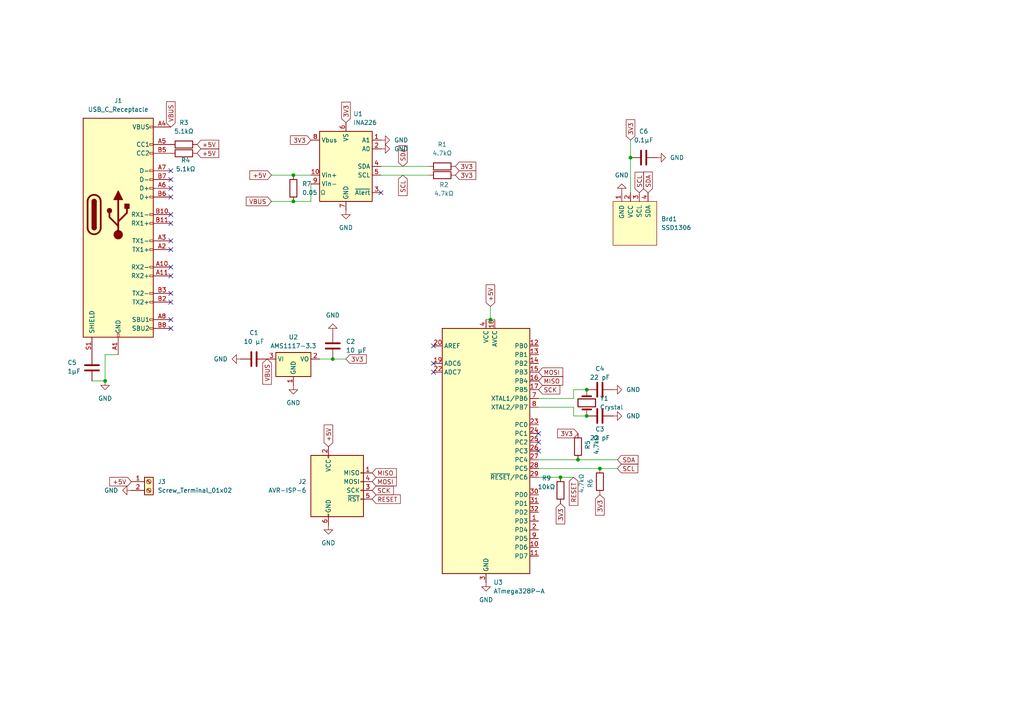
<source format=kicad_sch>
(kicad_sch (version 20250114) (generator "eeschema") (generator_version "9.0")
  (paper "A4")
  (lib_symbols
    (symbol "Connector:AVR-ISP-6" (pin_names (offset 1.016))
      (property "Reference" "J" (at -6.35 11.43 0))
      (property "Value" "AVR-ISP-6" (at 0 11.43 0))
      (symbol "AVR-ISP-6_0_1"
        (rectangle (start -2.667 10.16) (end -2.413 9.398))
        (rectangle (start -2.667 -6.858) (end -2.413 -7.62))
        (rectangle (start 7.62 10.16) (end -7.62 -7.62) (stroke (width 0.254)) (fill (type background)))
        (rectangle (start 7.62 5.207) (end 6.858 4.953))
        (rectangle (start 7.62 2.667) (end 6.858 2.413))
        (rectangle (start 7.62 0.127) (end 6.858 -0.127))
        (rectangle (start 7.62 -2.413) (end 6.858 -2.667))
      )
      (symbol "AVR-ISP-6_1_1"
        (pin passive line (at -2.54 12.7 270) (length 2.54) (name "VCC") (number "2"))
        (pin passive line (at -2.54 -10.16 90) (length 2.54) (name "GND") (number "6"))
        (pin passive line (at 10.16 5.08 180) (length 2.54) (name "MISO") (number "1"))
        (pin passive line (at 10.16 2.54 180) (length 2.54) (name "MOSI") (number "4"))
        (pin passive line (at 10.16 0 180) (length 2.54) (name "SCK") (number "3"))
        (pin passive line (at 10.16 -2.54 180) (length 2.54) (name "~{RST}") (number "5"))
      )
    )
    (symbol "Connector:Screw_Terminal_01x02" (pin_names (offset 1.016) (hide yes))
      (property "Reference" "J" (at 0 2.54 0))
      (property "Value" "Screw_Terminal_01x02" (at 0 -5.08 0))
      (symbol "Screw_Terminal_01x02_1_1"
        (rectangle (start -1.27 1.27) (end 1.27 -3.81) (stroke (width 0.254)) (fill (type background)))
        (polyline (pts (xy -0.5334 0.3302) (xy 0.3302 -0.508)) (stroke (width 0.1524)))
        (polyline (pts (xy -0.5334 -2.2098) (xy 0.3302 -3.048)) (stroke (width 0.1524)))
        (polyline (pts (xy -0.3556 0.508) (xy 0.508 -0.3302)) (stroke (width 0.1524)))
        (polyline (pts (xy -0.3556 -2.032) (xy 0.508 -2.8702)) (stroke (width 0.1524)))
        (circle (center 0 0) (radius 0.635) (stroke (width 0.1524)))
        (circle (center 0 -2.54) (radius 0.635) (stroke (width 0.1524)))
        (pin passive line (at -5.08 0 0) (length 3.81) (name "Pin_1") (number "1"))
        (pin passive line (at -5.08 -2.54 0) (length 3.81) (name "Pin_2") (number "2"))
      )
    )
    (symbol "Connector:USB_C_Receptacle" (pin_names (offset 1.016))
      (property "Reference" "J" (at -10.16 29.21 0))
      (property "Value" "USB_C_Receptacle" (at 10.16 29.21 0))
      (symbol "USB_C_Receptacle_0_0"
        (rectangle (start -0.254 -35.56) (end 0.254 -34.544))
        (rectangle (start 10.16 25.654) (end 9.144 25.146))
        (rectangle (start 10.16 20.574) (end 9.144 20.066))
        (rectangle (start 10.16 18.034) (end 9.144 17.526))
        (rectangle (start 10.16 12.954) (end 9.144 12.446))
        (rectangle (start 10.16 10.414) (end 9.144 9.906))
        (rectangle (start 10.16 7.874) (end 9.144 7.366))
        (rectangle (start 10.16 5.334) (end 9.144 4.826))
        (rectangle (start 10.16 0.254) (end 9.144 -0.254))
        (rectangle (start 10.16 -2.286) (end 9.144 -2.794))
        (rectangle (start 10.16 -7.366) (end 9.144 -7.874))
        (rectangle (start 10.16 -9.906) (end 9.144 -10.414))
        (rectangle (start 10.16 -14.986) (end 9.144 -15.494))
        (rectangle (start 10.16 -17.526) (end 9.144 -18.034))
        (rectangle (start 10.16 -22.606) (end 9.144 -23.114))
        (rectangle (start 10.16 -25.146) (end 9.144 -25.654))
        (rectangle (start 10.16 -30.226) (end 9.144 -30.734))
        (rectangle (start 10.16 -32.766) (end 9.144 -33.274))
      )
      (symbol "USB_C_Receptacle_0_1"
        (rectangle (start -10.16 27.94) (end 10.16 -35.56) (stroke (width 0.254)) (fill (type background)))
        (polyline (pts (xy -8.89 -3.81) (xy -8.89 3.81)) (stroke (width 0.508)))
        (rectangle (start -7.62 -3.81) (end -6.35 3.81) (stroke (width 0.254)) (fill (type outline)))
        (arc (start -7.62 3.81) (mid -6.985 4.4423) (end -6.35 3.81) (stroke (width 0.254)))
        (arc (start -7.62 3.81) (mid -6.985 4.4423) (end -6.35 3.81) (stroke (width 0.254)) (fill (type outline)))
        (arc (start -8.89 3.81) (mid -6.985 5.7067) (end -5.08 3.81) (stroke (width 0.508)))
        (arc (start -5.08 -3.81) (mid -6.985 -5.7067) (end -8.89 -3.81) (stroke (width 0.508)))
        (arc (start -6.35 -3.81) (mid -6.985 -4.4423) (end -7.62 -3.81) (stroke (width 0.254)))
        (arc (start -6.35 -3.81) (mid -6.985 -4.4423) (end -7.62 -3.81) (stroke (width 0.254)) (fill (type outline)))
        (polyline (pts (xy -5.08 3.81) (xy -5.08 -3.81)) (stroke (width 0.508)))
      )
      (symbol "USB_C_Receptacle_1_1"
        (circle (center -2.54 1.143) (radius 0.635) (stroke (width 0.254)) (fill (type outline)))
        (polyline (pts (xy -1.27 4.318) (xy 0 6.858) (xy 1.27 4.318) (xy -1.27 4.318)) (stroke (width 0.254)) (fill (type outline)))
        (polyline (pts (xy 0 -2.032) (xy 2.54 0.508) (xy 2.54 1.778)) (stroke (width 0.508)))
        (polyline (pts (xy 0 -3.302) (xy -2.54 -0.762) (xy -2.54 0.508)) (stroke (width 0.508)))
        (polyline (pts (xy 0 -5.842) (xy 0 4.318)) (stroke (width 0.508)))
        (circle (center 0 -5.842) (radius 1.27) (fill (type outline)))
        (rectangle (start 1.905 1.778) (end 3.175 3.048) (stroke (width 0.254)) (fill (type outline)))
        (pin passive line (at -7.62 -40.64 90) (length 5.08) (name "SHIELD") (number "S1"))
        (pin passive line (at 0 -40.64 90) (length 5.08) (name "GND") (number "A1"))
        (pin passive line (at 0 -40.64 90) (length 5.08) (hide yes) (name "GND") (number "A12"))
        (pin passive line (at 0 -40.64 90) (length 5.08) (hide yes) (name "GND") (number "B1"))
        (pin passive line (at 0 -40.64 90) (length 5.08) (hide yes) (name "GND") (number "B12"))
        (pin passive line (at 15.24 25.4 180) (length 5.08) (name "VBUS") (number "A4"))
        (pin passive line (at 15.24 25.4 180) (length 5.08) (hide yes) (name "VBUS") (number "A9"))
        (pin passive line (at 15.24 25.4 180) (length 5.08) (hide yes) (name "VBUS") (number "B4"))
        (pin passive line (at 15.24 25.4 180) (length 5.08) (hide yes) (name "VBUS") (number "B9"))
        (pin bidirectional line (at 15.24 20.32 180) (length 5.08) (name "CC1") (number "A5"))
        (pin bidirectional line (at 15.24 17.78 180) (length 5.08) (name "CC2") (number "B5"))
        (pin bidirectional line (at 15.24 12.7 180) (length 5.08) (name "D-") (number "A7"))
        (pin bidirectional line (at 15.24 10.16 180) (length 5.08) (name "D-") (number "B7"))
        (pin bidirectional line (at 15.24 7.62 180) (length 5.08) (name "D+") (number "A6"))
        (pin bidirectional line (at 15.24 5.08 180) (length 5.08) (name "D+") (number "B6"))
        (pin bidirectional line (at 15.24 0 180) (length 5.08) (name "RX1-") (number "B10"))
        (pin bidirectional line (at 15.24 -2.54 180) (length 5.08) (name "RX1+") (number "B11"))
        (pin bidirectional line (at 15.24 -7.62 180) (length 5.08) (name "TX1-") (number "A3"))
        (pin bidirectional line (at 15.24 -10.16 180) (length 5.08) (name "TX1+") (number "A2"))
        (pin bidirectional line (at 15.24 -15.24 180) (length 5.08) (name "RX2-") (number "A10"))
        (pin bidirectional line (at 15.24 -17.78 180) (length 5.08) (name "RX2+") (number "A11"))
        (pin bidirectional line (at 15.24 -22.86 180) (length 5.08) (name "TX2-") (number "B3"))
        (pin bidirectional line (at 15.24 -25.4 180) (length 5.08) (name "TX2+") (number "B2"))
        (pin bidirectional line (at 15.24 -30.48 180) (length 5.08) (name "SBU1") (number "A8"))
        (pin bidirectional line (at 15.24 -33.02 180) (length 5.08) (name "SBU2") (number "B8"))
      )
    )
    (symbol "Device:C" (pin_numbers (hide yes)) (pin_names (offset 0.254))
      (property "Reference" "C" (at 0.635 2.54 0))
      (property "Value" "C" (at 0.635 -2.54 0))
      (symbol "C_0_1"
        (polyline (pts (xy -2.032 0.762) (xy 2.032 0.762)) (stroke (width 0.508)))
        (polyline (pts (xy -2.032 -0.762) (xy 2.032 -0.762)) (stroke (width 0.508)))
      )
      (symbol "C_1_1"
        (pin passive line (at 0 3.81 270) (length 2.794) (name "~") (number "1"))
        (pin passive line (at 0 -3.81 90) (length 2.794) (name "~") (number "2"))
      )
    )
    (symbol "Device:Crystal" (pin_numbers (hide yes)) (pin_names (offset 1.016) (hide yes))
      (property "Reference" "Y" (at 0 3.81 0))
      (property "Value" "Crystal" (at 0 -3.81 0))
      (symbol "Crystal_0_1"
        (polyline (pts (xy -2.54 0) (xy -1.905 0)))
        (polyline (pts (xy -1.905 -1.27) (xy -1.905 1.27)) (stroke (width 0.508)))
        (rectangle (start -1.143 2.54) (end 1.143 -2.54) (stroke (width 0.3048)))
        (polyline (pts (xy 1.905 -1.27) (xy 1.905 1.27)) (stroke (width 0.508)))
        (polyline (pts (xy 2.54 0) (xy 1.905 0)))
      )
      (symbol "Crystal_1_1"
        (pin passive line (at -3.81 0 0) (length 1.27) (name "1") (number "1"))
        (pin passive line (at 3.81 0 180) (length 1.27) (name "2") (number "2"))
      )
    )
    (symbol "Device:R" (pin_numbers (hide yes)) (pin_names (offset 0))
      (property "Reference" "R" (at 2.032 0 90))
      (property "Value" "R" (at 0 0 90))
      (symbol "R_0_1"
        (rectangle (start -1.016 -2.54) (end 1.016 2.54) (stroke (width 0.254)))
      )
      (symbol "R_1_1"
        (pin passive line (at 0 3.81 270) (length 1.27) (name "~") (number "1"))
        (pin passive line (at 0 -3.81 90) (length 1.27) (name "~") (number "2"))
      )
    )
    (symbol "MCU_Microchip_ATmega:ATmega328P-A"
      (property "Reference" "U" (at -12.7 36.83 0))
      (property "Value" "ATmega328P-A" (at 2.54 -36.83 0))
      (symbol "ATmega328P-A_0_1"
        (rectangle (start -12.7 -35.56) (end 12.7 35.56) (stroke (width 0.254)) (fill (type background)))
      )
      (symbol "ATmega328P-A_1_1"
        (pin passive line (at -15.24 30.48 0) (length 2.54) (name "AREF") (number "20"))
        (pin input line (at -15.24 25.4 0) (length 2.54) (name "ADC6") (number "19"))
        (pin input line (at -15.24 22.86 0) (length 2.54) (name "ADC7") (number "22"))
        (pin power_in line (at 0 38.1 270) (length 2.54) (name "VCC") (number "4"))
        (pin passive line (at 0 38.1 270) (length 2.54) (hide yes) (name "VCC") (number "6"))
        (pin passive line (at 0 -38.1 90) (length 2.54) (hide yes) (name "GND") (number "21"))
        (pin power_in line (at 0 -38.1 90) (length 2.54) (name "GND") (number "3"))
        (pin passive line (at 0 -38.1 90) (length 2.54) (hide yes) (name "GND") (number "5"))
        (pin power_in line (at 2.54 38.1 270) (length 2.54) (name "AVCC") (number "18"))
        (pin bidirectional line (at 15.24 30.48 180) (length 2.54) (name "PB0") (number "12"))
        (pin bidirectional line (at 15.24 27.94 180) (length 2.54) (name "PB1") (number "13"))
        (pin bidirectional line (at 15.24 25.4 180) (length 2.54) (name "PB2") (number "14"))
        (pin bidirectional line (at 15.24 22.86 180) (length 2.54) (name "PB3") (number "15"))
        (pin bidirectional line (at 15.24 20.32 180) (length 2.54) (name "PB4") (number "16"))
        (pin bidirectional line (at 15.24 17.78 180) (length 2.54) (name "PB5") (number "17"))
        (pin bidirectional line (at 15.24 15.24 180) (length 2.54) (name "XTAL1/PB6") (number "7"))
        (pin bidirectional line (at 15.24 12.7 180) (length 2.54) (name "XTAL2/PB7") (number "8"))
        (pin bidirectional line (at 15.24 7.62 180) (length 2.54) (name "PC0") (number "23"))
        (pin bidirectional line (at 15.24 5.08 180) (length 2.54) (name "PC1") (number "24"))
        (pin bidirectional line (at 15.24 2.54 180) (length 2.54) (name "PC2") (number "25"))
        (pin bidirectional line (at 15.24 0 180) (length 2.54) (name "PC3") (number "26"))
        (pin bidirectional line (at 15.24 -2.54 180) (length 2.54) (name "PC4") (number "27"))
        (pin bidirectional line (at 15.24 -5.08 180) (length 2.54) (name "PC5") (number "28"))
        (pin bidirectional line (at 15.24 -7.62 180) (length 2.54) (name "~{RESET}/PC6") (number "29"))
        (pin bidirectional line (at 15.24 -12.7 180) (length 2.54) (name "PD0") (number "30"))
        (pin bidirectional line (at 15.24 -15.24 180) (length 2.54) (name "PD1") (number "31"))
        (pin bidirectional line (at 15.24 -17.78 180) (length 2.54) (name "PD2") (number "32"))
        (pin bidirectional line (at 15.24 -20.32 180) (length 2.54) (name "PD3") (number "1"))
        (pin bidirectional line (at 15.24 -22.86 180) (length 2.54) (name "PD4") (number "2"))
        (pin bidirectional line (at 15.24 -25.4 180) (length 2.54) (name "PD5") (number "9"))
        (pin bidirectional line (at 15.24 -27.94 180) (length 2.54) (name "PD6") (number "10"))
        (pin bidirectional line (at 15.24 -30.48 180) (length 2.54) (name "PD7") (number "11"))
      )
    )
    (symbol "Regulator_Linear:AMS1117-3.3"
      (property "Reference" "U" (at -3.81 3.175 0))
      (property "Value" "AMS1117-3.3" (at 0 3.175 0))
      (symbol "AMS1117-3.3_0_1"
        (rectangle (start -5.08 -5.08) (end 5.08 1.905) (stroke (width 0.254)) (fill (type background)))
      )
      (symbol "AMS1117-3.3_1_1"
        (pin power_in line (at -7.62 0 0) (length 2.54) (name "VI") (number "3"))
        (pin power_in line (at 0 -7.62 90) (length 2.54) (name "GND") (number "1"))
        (pin power_out line (at 7.62 0 180) (length 2.54) (name "VO") (number "2"))
      )
    )
    (symbol "SSD1306:SSD1306" (pin_names (offset 1.016))
      (property "Reference" "Brd" (at 0 -3.81 0))
      (property "Value" "SSD1306" (at 0 -1.27 0))
      (symbol "SSD1306_0_1"
        (rectangle (start -6.35 6.35) (end 6.35 -6.35) (fill (type background)))
      )
      (symbol "SSD1306_1_1"
        (pin input line (at -3.81 8.89 270) (length 2.54) (name "GND") (number "1"))
        (pin input line (at -1.27 8.89 270) (length 2.54) (name "VCC") (number "2"))
        (pin input line (at 1.27 8.89 270) (length 2.54) (name "SCL") (number "3"))
        (pin input line (at 3.81 8.89 270) (length 2.54) (name "SDA") (number "4"))
      )
    )
    (symbol "Sensor_Energy:INA226"
      (property "Reference" "U" (at -6.35 11.43 0))
      (property "Value" "INA226" (at 3.81 11.43 0))
      (symbol "INA226_0_1"
        (rectangle (start 7.62 10.16) (end -7.62 -10.16) (stroke (width 0.254)) (fill (type background)))
      )
      (symbol "INA226_1_1"
        (pin input line (at -10.16 7.62 0) (length 2.54) (name "Vbus") (number "8"))
        (pin input line (at -10.16 -2.54 0) (length 2.54) (name "Vin+") (number "10"))
        (pin input line (at -10.16 -5.08 0) (length 2.54) (name "Vin-") (number "9"))
        (pin power_in line (at 0 12.7 270) (length 2.54) (name "VS") (number "6"))
        (pin power_in line (at 0 -12.7 90) (length 2.54) (name "GND") (number "7"))
        (pin input line (at 10.16 7.62 180) (length 2.54) (name "A1") (number "1"))
        (pin input line (at 10.16 5.08 180) (length 2.54) (name "A0") (number "2"))
        (pin bidirectional line (at 10.16 0 180) (length 2.54) (name "SDA") (number "4"))
        (pin input line (at 10.16 -2.54 180) (length 2.54) (name "SCL") (number "5"))
        (pin open_collector line (at 10.16 -7.62 180) (length 2.54) (name "~{Alert}") (number "3"))
      )
    )
    (symbol "power:GND" (power) (pin_numbers (hide yes)) (pin_names (offset 0) (hide yes))
      (property "Value" "GND" (at 0 -3.81 0))
      (symbol "GND_0_1"
        (polyline (pts (xy 0 0) (xy 0 -1.27) (xy 1.27 -1.27) (xy 0 -2.54) (xy -1.27 -1.27) (xy 0 -1.27)))
      )
      (symbol "GND_1_1"
        (pin power_in line (at 0 0 270) (length 0) (name "~") (number "1"))
      )
    )
  )
  (junction (at 173.99 135.89))
  (junction (at 142.24 92.71))
  (junction (at 96.52 104.14))
  (junction (at 30.48 110.49))
  (junction (at 85.09 58.42))
  (junction (at 182.88 45.72))
  (junction (at 170.18 113.03))
  (junction (at 167.64 133.35))
  (junction (at 85.09 50.8))
  (junction (at 170.18 120.65))
  (junction (at 162.56 138.43))
  (no_connect (at 49.53 85.09))
  (no_connect (at 49.53 69.85))
  (no_connect (at 125.73 107.95))
  (no_connect (at 156.21 125.73))
  (no_connect (at 49.53 49.53))
  (no_connect (at 49.53 87.63))
  (no_connect (at 125.73 100.33))
  (no_connect (at 49.53 80.01))
  (no_connect (at 156.21 128.27))
  (no_connect (at 49.53 52.07))
  (no_connect (at 49.53 92.71))
  (no_connect (at 125.73 105.41))
  (no_connect (at 49.53 62.23))
  (no_connect (at 156.21 130.81))
  (no_connect (at 110.49 55.88))
  (no_connect (at 49.53 95.25))
  (no_connect (at 49.53 64.77))
  (no_connect (at 49.53 54.61))
  (no_connect (at 49.53 57.15))
  (no_connect (at 49.53 72.39))
  (no_connect (at 49.53 77.47))
  (wire (pts (xy 170.18 113.03) (xy 166.37 113.03)))
  (wire (pts (xy 162.56 138.43) (xy 156.21 138.43)))
  (wire (pts (xy 30.48 102.87) (xy 34.29 102.87)))
  (wire (pts (xy 78.74 50.8) (xy 85.09 50.8)))
  (wire (pts (xy 166.37 113.03) (xy 166.37 115.57)))
  (wire (pts (xy 173.99 135.89) (xy 156.21 135.89)))
  (wire (pts (xy 156.21 115.57) (xy 166.37 115.57)))
  (wire (pts (xy 182.88 40.64) (xy 182.88 45.72)))
  (wire (pts (xy 92.71 104.14) (xy 96.52 104.14)))
  (wire (pts (xy 85.09 58.42) (xy 90.17 58.42)))
  (wire (pts (xy 26.67 110.49) (xy 30.48 110.49)))
  (wire (pts (xy 78.74 58.42) (xy 85.09 58.42)))
  (wire (pts (xy 142.24 92.71) (xy 143.51 92.71)))
  (wire (pts (xy 110.49 50.8) (xy 124.46 50.8)))
  (wire (pts (xy 142.24 88.9) (xy 142.24 92.71)))
  (wire (pts (xy 166.37 138.43) (xy 162.56 138.43)))
  (wire (pts (xy 182.88 45.72) (xy 182.88 55.88)))
  (wire (pts (xy 167.64 133.35) (xy 156.21 133.35)))
  (wire (pts (xy 85.09 50.8) (xy 90.17 50.8)))
  (wire (pts (xy 110.49 48.26) (xy 124.46 48.26)))
  (wire (pts (xy 140.97 92.71) (xy 142.24 92.71)))
  (wire (pts (xy 166.37 118.11) (xy 166.37 120.65)))
  (wire (pts (xy 156.21 118.11) (xy 166.37 118.11)))
  (wire (pts (xy 179.07 135.89) (xy 173.99 135.89)))
  (wire (pts (xy 166.37 120.65) (xy 170.18 120.65)))
  (wire (pts (xy 179.07 133.35) (xy 167.64 133.35)))
  (wire (pts (xy 90.17 58.42) (xy 90.17 53.34)))
  (wire (pts (xy 96.52 104.14) (xy 100.33 104.14)))
  (wire (pts (xy 30.48 102.87) (xy 30.48 110.49)))
  (global_label "VBUS" (shape input) (at 78.74 58.42 180) (property "Intersheetrefs" "${INTERSHEET_REFS}" (effects (hide yes))))
  (global_label "+5V" (shape input) (at 142.24 88.9 90) (property "Intersheetrefs" "${INTERSHEET_REFS}" (effects (hide yes))))
  (global_label "3V3" (shape input) (at 90.17 40.64 180) (property "Intersheetrefs" "${INTERSHEET_REFS}" (effects (hide yes))))
  (global_label "MISO" (shape input) (at 107.95 137.16 0) (property "Intersheetrefs" "${INTERSHEET_REFS}" (effects (hide yes))))
  (global_label "3V3" (shape input) (at 182.88 40.64 90) (property "Intersheetrefs" "${INTERSHEET_REFS}" (effects (hide yes))))
  (global_label "3V3" (shape input) (at 100.33 35.56 90) (property "Intersheetrefs" "${INTERSHEET_REFS}" (effects (hide yes))))
  (global_label "RESET" (shape input) (at 166.37 138.43 270) (property "Intersheetrefs" "${INTERSHEET_REFS}" (effects (hide yes))))
  (global_label "MOSI" (shape input) (at 156.21 107.95 0) (property "Intersheetrefs" "${INTERSHEET_REFS}" (effects (hide yes))))
  (global_label "3V3" (shape input) (at 100.33 104.14 0) (property "Intersheetrefs" "${INTERSHEET_REFS}" (effects (hide yes))))
  (global_label "SCK" (shape input) (at 156.21 113.03 0) (property "Intersheetrefs" "${INTERSHEET_REFS}" (effects (hide yes))))
  (global_label "+5V" (shape input) (at 57.15 41.91 0) (property "Intersheetrefs" "${INTERSHEET_REFS}" (effects (hide yes))))
  (global_label "RESET" (shape input) (at 107.95 144.78 0) (property "Intersheetrefs" "${INTERSHEET_REFS}" (effects (hide yes))))
  (global_label "MISO" (shape input) (at 156.21 110.49 0) (property "Intersheetrefs" "${INTERSHEET_REFS}" (effects (hide yes))))
  (global_label "3V3" (shape input) (at 173.99 143.51 270) (property "Intersheetrefs" "${INTERSHEET_REFS}" (effects (hide yes))))
  (global_label "SDA" (shape input) (at 179.07 133.35 0) (property "Intersheetrefs" "${INTERSHEET_REFS}" (effects (hide yes))))
  (global_label "MOSI" (shape input) (at 107.95 139.7 0) (property "Intersheetrefs" "${INTERSHEET_REFS}" (effects (hide yes))))
  (global_label "SCL" (shape input) (at 185.42 55.88 90) (property "Intersheetrefs" "${INTERSHEET_REFS}" (effects (hide yes))))
  (global_label "3V3" (shape input) (at 132.08 48.26 0) (property "Intersheetrefs" "${INTERSHEET_REFS}" (effects (hide yes))))
  (global_label "SDA" (shape input) (at 116.84 48.26 90) (property "Intersheetrefs" "${INTERSHEET_REFS}" (effects (hide yes))))
  (global_label "VBUS" (shape input) (at 77.47 104.14 270) (property "Intersheetrefs" "${INTERSHEET_REFS}" (effects (hide yes))))
  (global_label "3V3" (shape input) (at 162.56 146.05 270) (property "Intersheetrefs" "${INTERSHEET_REFS}" (effects (hide yes))))
  (global_label "+5V" (shape input) (at 95.25 129.54 90) (property "Intersheetrefs" "${INTERSHEET_REFS}" (effects (hide yes))))
  (global_label "+5V" (shape input) (at 57.15 44.45 0) (property "Intersheetrefs" "${INTERSHEET_REFS}" (effects (hide yes))))
  (global_label "SCL" (shape input) (at 116.84 50.8 270) (property "Intersheetrefs" "${INTERSHEET_REFS}" (effects (hide yes))))
  (global_label "3V3" (shape input) (at 167.64 125.73 180) (property "Intersheetrefs" "${INTERSHEET_REFS}" (effects (hide yes))))
  (global_label "VBUS" (shape input) (at 49.53 36.83 90) (property "Intersheetrefs" "${INTERSHEET_REFS}" (effects (hide yes))))
  (global_label "SCK" (shape input) (at 107.95 142.24 0) (property "Intersheetrefs" "${INTERSHEET_REFS}" (effects (hide yes))))
  (global_label "+5V" (shape input) (at 78.74 50.8 180) (property "Intersheetrefs" "${INTERSHEET_REFS}" (effects (hide yes))))
  (global_label "+5V" (shape input) (at 38.1 139.7 180) (property "Intersheetrefs" "${INTERSHEET_REFS}" (effects (hide yes))))
  (global_label "3V3" (shape input) (at 132.08 50.8 0) (property "Intersheetrefs" "${INTERSHEET_REFS}" (effects (hide yes))))
  (global_label "SDA" (shape input) (at 187.96 55.88 90) (property "Intersheetrefs" "${INTERSHEET_REFS}" (effects (hide yes))))
  (global_label "SCL" (shape input) (at 179.07 135.89 0) (property "Intersheetrefs" "${INTERSHEET_REFS}" (effects (hide yes))))
  (symbol (lib_id "SSD1306:SSD1306") (at 184.15 64.77 0) (unit 1)
    (property "Reference" "Brd1" (at 191.77 63.4999 0) (effects (justify left)))
    (property "Value" "SSD1306" (at 191.77 66.0399 0) (effects (justify left)))
    (property "Footprint" "Display:Adafruit_SSD1306" (effects (hide yes)))
    (property "Description" "SSD1306 OLED" (effects (hide yes)))
  )
  (symbol (lib_id "power:GND") (at 96.52 96.52 180) (unit 1)
    (property "Reference" "#PWR011" (effects (hide yes)))
    (property "Value" "GND" (at 96.52 91.44 0))
    (property "Description" "Power symbol creates a global label with name \"GND\" , ground" (effects (hide yes)))
  )
  (symbol (lib_id "power:GND") (at 180.34 55.88 180) (unit 1)
    (property "Reference" "#PWR05" (effects (hide yes)))
    (property "Value" "GND" (at 180.34 50.8 0))
    (property "Description" "Power symbol creates a global label with name \"GND\" , ground" (effects (hide yes)))
  )
  (symbol (lib_id "Device:C") (at 173.99 113.03 90) (unit 1)
    (property "Reference" "C4" (at 173.99 106.934 90))
    (property "Value" "22 pF" (at 173.99 109.474 90))
    (property "Footprint" "Capacitor_SMD:C_0603_1608Metric" (effects (hide yes)))
    (property "Description" "Unpolarized capacitor" (effects (hide yes)))
  )
  (symbol (lib_id "Device:C") (at 186.69 45.72 90) (unit 1)
    (property "Reference" "C6" (at 186.69 38.1 90))
    (property "Value" "0.1 µF" (at 186.69 40.64 90))
    (property "Footprint" "Capacitor_SMD:C_0603_1608Metric" (effects (hide yes)))
    (property "Description" "Unpolarized capacitor" (effects (hide yes)))
  )
  (symbol (lib_id "power:GND") (at 30.48 110.49 0) (unit 1)
    (property "Reference" "#PWR03" (effects (hide yes)))
    (property "Value" "GND" (at 30.48 115.57 0))
    (property "Description" "Power symbol creates a global label with name \"GND\" , ground" (effects (hide yes)))
  )
  (symbol (lib_id "power:GND") (at 95.25 152.4 0) (unit 1)
    (property "Reference" "#PWR014" (effects (hide yes)))
    (property "Value" "GND" (at 95.25 157.48 0))
    (property "Description" "Power symbol creates a global label with name \"GND\" , ground" (effects (hide yes)))
  )
  (symbol (lib_id "Device:R") (at 53.34 41.91 90) (unit 1)
    (property "Reference" "R3" (at 53.34 35.56 90))
    (property "Value" "5.1kΩ" (at 53.34 38.1 90))
    (property "Footprint" "Resistor_SMD:R_0603_1608Metric" (effects (hide yes)))
    (property "Description" "Resistor" (effects (hide yes)))
  )
  (symbol (lib_id "Device:R") (at 53.34 44.45 90) (unit 1)
    (property "Reference" "R4" (at 53.848 46.482 90))
    (property "Value" "5.1kΩ" (at 53.848 49.022 90))
    (property "Footprint" "Resistor_SMD:R_0603_1608Metric" (effects (hide yes)))
    (property "Description" "Resistor" (effects (hide yes)))
  )
  (symbol (lib_id "Device:R") (at 128.27 50.8 270) (unit 1)
    (property "Reference" "R2" (at 128.778 53.594 90))
    (property "Value" "4.7kΩ" (at 128.778 56.134 90))
    (property "Footprint" "Resistor_SMD:R_0603_1608Metric" (effects (hide yes)))
    (property "Description" "Resistor" (effects (hide yes)))
  )
  (symbol (lib_id "Connector:Screw_Terminal_01x02") (at 43.18 139.7 0) (unit 1)
    (property "Reference" "J3" (at 45.72 139.6999 0) (effects (justify left)))
    (property "Value" "Screw_Terminal_01x02" (at 45.72 142.2399 0) (effects (justify left)))
    (property "Footprint" "TerminalBlock_4Ucon:TerminalBlock_4Ucon_1x02_P3.50mm_Horizontal" (effects (hide yes)))
    (property "Description" "Generic screw terminal, single row, 01x02, script generated (kicad-library-utils/schlib/autogen/connector/)" (effects (hide yes)))
  )
  (symbol (lib_id "power:GND") (at 69.85 104.14 270) (unit 1)
    (property "Reference" "#PWR06" (effects (hide yes)))
    (property "Value" "GND" (at 66.04 104.1399 90) (effects (justify right)))
    (property "Description" "Power symbol creates a global label with name \"GND\" , ground" (effects (hide yes)))
  )
  (symbol (lib_id "Device:R") (at 167.64 129.54 0) (unit 1)
    (property "Reference" "R5" (at 170.434 129.032 90))
    (property "Value" "4.7kΩ" (at 172.974 129.032 90))
    (property "Footprint" "Resistor_SMD:R_0603_1608Metric" (effects (hide yes)))
    (property "Description" "Resistor" (effects (hide yes)))
  )
  (symbol (lib_id "Device:R") (at 162.56 142.24 180) (unit 1)
    (property "Reference" "R9" (at 158.496 138.684 0))
    (property "Value" "10kΩ" (at 158.496 141.224 0))
    (property "Footprint" "Resistor_SMD:R_0603_1608Metric" (effects (hide yes)))
    (property "Description" "Resistor" (effects (hide yes)))
  )
  (symbol (lib_id "power:GND") (at 140.97 168.91 0) (unit 1)
    (property "Reference" "#PWR01" (effects (hide yes)))
    (property "Value" "GND" (at 140.97 173.99 0))
    (property "Description" "Power symbol creates a global label with name \"GND\" , ground" (effects (hide yes)))
  )
  (symbol (lib_id "power:GND") (at 100.33 60.96 0) (unit 1)
    (property "Reference" "#PWR04" (effects (hide yes)))
    (property "Value" "GND" (at 100.33 66.04 0))
    (property "Description" "Power symbol creates a global label with name \"GND\" , ground" (effects (hide yes)))
  )
  (symbol (lib_id "power:GND") (at 110.49 43.18 90) (unit 1)
    (property "Reference" "#PWR015" (effects (hide yes)))
    (property "Value" "GND" (at 114.3 43.1799 90) (effects (justify right)))
    (property "Description" "Power symbol creates a global label with name \"GND\" , ground" (effects (hide yes)))
  )
  (symbol (lib_id "MCU_Microchip_ATmega:ATmega328P-A") (at 140.97 130.81 0) (unit 1)
    (property "Reference" "U3" (at 143.1133 168.91 0) (effects (justify left)))
    (property "Value" "ATmega328P-A" (at 143.1133 171.45 0) (effects (justify left)))
    (property "Footprint" "Package_QFP:TQFP-32_7x7mm_P0.8mm" (effects (hide yes)))
    (property "Datasheet" "http://ww1.microchip.com/downloads/en/DeviceDoc/ATmega328_P%20AVR%20MCU%20with%20picoPower%20Technology%20Data%20Sheet%2040001984A.pdf" (effects (hide yes)))
    (property "Description" "20MHz, 32kB Flash, 2kB SRAM, 1kB EEPROM, TQFP-32" (effects (hide yes)))
  )
  (symbol (lib_id "Regulator_Linear:AMS1117-3.3") (at 85.09 104.14 0) (unit 1)
    (property "Reference" "U2" (at 85.09 97.79 0))
    (property "Value" "AMS1117-3.3" (at 85.09 100.33 0))
    (property "Footprint" "Package_TO_SOT_SMD:SOT-223-3_TabPin2" (effects (hide yes)))
    (property "Datasheet" "http://www.advanced-monolithic.com/pdf/ds1117.pdf" (effects (hide yes)))
    (property "Description" "1A Low Dropout regulator, positive, 3.3V fixed output, SOT-223" (effects (hide yes)))
  )
  (symbol (lib_id "Device:R") (at 173.99 139.7 180) (unit 1)
    (property "Reference" "R6" (at 171.196 140.208 90))
    (property "Value" "4.7kΩ" (at 168.656 140.208 90))
    (property "Footprint" "Resistor_SMD:R_0603_1608Metric" (effects (hide yes)))
    (property "Description" "Resistor" (effects (hide yes)))
  )
  (symbol (lib_id "Device:R") (at 85.09 54.61 0) (unit 1)
    (property "Reference" "R7" (at 87.63 53.3399 0) (effects (justify left)))
    (property "Value" "0.05 Ω" (at 87.63 55.8799 0) (effects (justify left)))
    (property "Footprint" "Resistor_SMD:R_0603_1608Metric" (effects (hide yes)))
    (property "Description" "Resistor" (effects (hide yes)))
  )
  (symbol (lib_id "Device:Crystal") (at 170.18 116.84 90) (unit 1)
    (property "Reference" "Y1" (at 173.99 115.5699 90) (effects (justify right)))
    (property "Value" "Crystal" (at 173.99 118.1099 90) (effects (justify right)))
    (property "Footprint" "Crystal:Crystal_SMD_0603-2Pin_6.0x3.5mm" (effects (hide yes)))
    (property "Description" "Two pin crystal" (effects (hide yes)))
  )
  (symbol (lib_id "power:GND") (at 190.5 45.72 90) (unit 1)
    (property "Reference" "#PWR012" (effects (hide yes)))
    (property "Value" "GND" (at 194.31 45.7199 90) (effects (justify right)))
    (property "Description" "Power symbol creates a global label with name \"GND\" , ground" (effects (hide yes)))
  )
  (symbol (lib_id "Device:C") (at 173.99 120.65 90) (unit 1)
    (property "Reference" "C3" (at 173.99 124.46 90))
    (property "Value" "22 pF" (at 173.99 127 90))
    (property "Footprint" "Capacitor_SMD:C_0603_1608Metric" (effects (hide yes)))
    (property "Description" "Unpolarized capacitor" (effects (hide yes)))
  )
  (symbol (lib_id "power:GND") (at 85.09 111.76 0) (unit 1)
    (property "Reference" "#PWR02" (effects (hide yes)))
    (property "Value" "GND" (at 85.09 116.84 0))
    (property "Description" "Power symbol creates a global label with name \"GND\" , ground" (effects (hide yes)))
  )
  (symbol (lib_id "Device:C") (at 26.67 106.68 0) (unit 1)
    (property "Reference" "C5" (at 19.558 105.156 0) (effects (justify left)))
    (property "Value" "1µF" (at 19.558 107.696 0) (effects (justify left)))
    (property "Footprint" "Capacitor_SMD:C_0603_1608Metric" (effects (hide yes)))
    (property "Description" "Unpolarized capacitor" (effects (hide yes)))
  )
  (symbol (lib_id "Connector:USB_C_Receptacle") (at 34.29 62.23 0) (unit 1)
    (property "Reference" "J1" (at 34.29 29.21 0))
    (property "Value" "USB_C_Receptacle" (at 34.29 31.75 0))
    (property "Footprint" "Connector_USB:USB_C_Receptacle_Amphenol_124019772112A" (effects (hide yes)))
    (property "Datasheet" "https://www.usb.org/sites/default/files/documents/usb_type-c.zip" (effects (hide yes)))
    (property "Description" "USB Full-Featured Type-C Receptacle connector" (effects (hide yes)))
  )
  (symbol (lib_id "Device:C") (at 73.66 104.14 90) (unit 1)
    (property "Reference" "C1" (at 73.66 96.52 90))
    (property "Value" "10 µF" (at 73.66 99.06 90))
    (property "Footprint" "Capacitor_SMD:C_0603_1608Metric" (effects (hide yes)))
    (property "Description" "Unpolarized capacitor" (effects (hide yes)))
  )
  (symbol (lib_id "power:GND") (at 38.1 142.24 270) (unit 1)
    (property "Reference" "#PWR013" (effects (hide yes)))
    (property "Value" "GND" (at 34.29 142.2399 90) (effects (justify right)))
    (property "Description" "Power symbol creates a global label with name \"GND\" , ground" (effects (hide yes)))
  )
  (symbol (lib_id "power:GND") (at 177.8 120.65 90) (unit 1)
    (property "Reference" "#PWR07" (effects (hide yes)))
    (property "Value" "GND" (at 181.61 120.6499 90) (effects (justify right)))
    (property "Description" "Power symbol creates a global label with name \"GND\" , ground" (effects (hide yes)))
  )
  (symbol (lib_id "power:GND") (at 110.49 40.64 90) (unit 1)
    (property "Reference" "#PWR013" (effects (hide yes)))
    (property "Value" "GND" (at 114.3 40.6399 90) (effects (justify right)))
    (property "Description" "Power symbol creates a global label with name \"GND\" , ground" (effects (hide yes)))
  )
  (symbol (lib_id "Device:C") (at 96.52 100.33 180) (unit 1)
    (property "Reference" "C2" (at 100.33 99.0599 0) (effects (justify right)))
    (property "Value" "10 µF" (at 100.33 101.5999 0) (effects (justify right)))
    (property "Footprint" "Capacitor_SMD:C_0603_1608Metric" (effects (hide yes)))
    (property "Description" "Unpolarized capacitor" (effects (hide yes)))
  )
  (symbol (lib_id "Sensor_Energy:INA226") (at 100.33 48.26 0) (unit 1)
    (property "Reference" "U1" (at 102.4733 33.02 0) (effects (justify left)))
    (property "Value" "INA226" (at 102.4733 35.56 0) (effects (justify left)))
    (property "Footprint" "Package_SO:VSSOP-10_3x3mm_P0.5mm" (effects (hide yes)))
    (property "Datasheet" "http://www.ti.com/lit/ds/symlink/ina226.pdf" (effects (hide yes)))
    (property "Description" "High-Side or Low-Side Measurement, Bi-Directional Current and Power Monitor (0-36V) with I2C Compatible Interface, VSSOP-10" (effects (hide yes)))
  )
  (symbol (lib_id "power:GND") (at 177.8 113.03 90) (unit 1)
    (property "Reference" "#PWR08" (effects (hide yes)))
    (property "Value" "GND" (at 181.61 113.0299 90) (effects (justify right)))
    (property "Description" "Power symbol creates a global label with name \"GND\" , ground" (effects (hide yes)))
  )
  (symbol (lib_id "Connector:AVR-ISP-6") (at 97.79 142.24 0) (unit 1)
    (property "Reference" "J2" (at 88.9 139.6999 0) (effects (justify right)))
    (property "Value" "AVR-ISP-6" (at 88.9 142.2399 0) (effects (justify right)))
    (property "Footprint" "Connector:Tag-Connect_TC2030-IDC-NL_2x03_P1.27mm_Vertical" (effects (hide yes)))
    (property "Description" "Atmel 6-pin ISP connector" (effects (hide yes)))
  )
  (symbol (lib_id "Device:R") (at 128.27 48.26 90) (unit 1)
    (property "Reference" "R1" (at 128.27 41.91 90))
    (property "Value" "4.7kΩ" (at 128.27 44.45 90))
    (property "Footprint" "Resistor_SMD:R_0603_1608Metric" (effects (hide yes)))
    (property "Description" "Resistor" (effects (hide yes)))
  )
)
</source>
